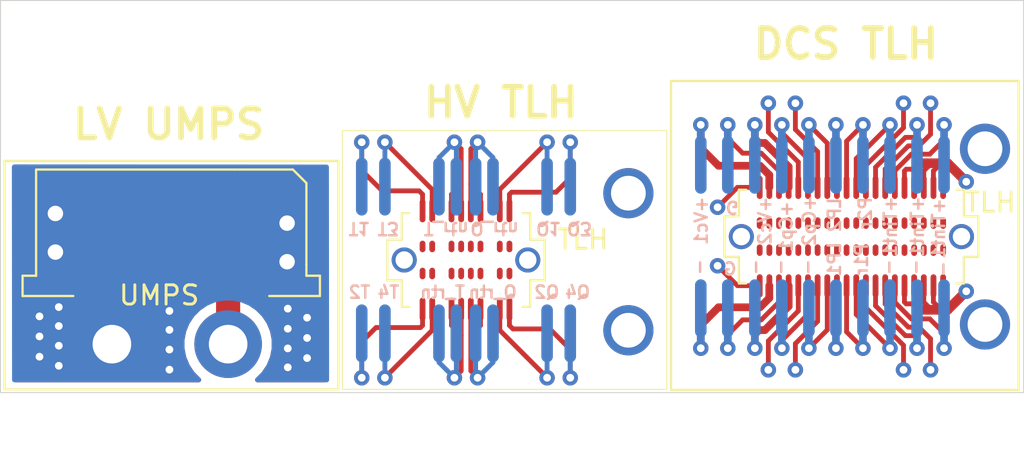
<source format=kicad_pcb>
(kicad_pcb (version 20171130) (host pcbnew "(5.1.4)-1")
  (layers (0 F.Cu mixed) (1 InF.Cu power) (2 InB.Cu power) (31 B.Cu mixed) (34 B.Paste user) (35 F.Paste user) (36 B.SilkS user) (37 F.SilkS user) (38 B.Mask user) (39 F.Mask user) (44 Edge.Cuts user))
  (net 0 "")
  (net 1 GND)
  (net 2 /LV)
  (net 3 /return)
  (module SCIPP_Connectors:PEEK_screw (layer F.Cu) (at 47.93 25.27 90)
    (fp_text reference J20 hide)
    (fp_text value PEEK_screw hide)
    (pad 1 thru_hole circle (at 0 0 90) (size 2.6 2.6) (drill 1.8) (layers *.Cu *.Mask))
  )
  (module SCIPP_Connectors:19-1_TLH_HV (layer F.Cu) (at 39.52 28.73)
    (fp_text reference J11)
    (fp_text value TLH (at 6.06 -1.06) (layer F.SilkS))
    (fp_line (start -3.325 -2.425) (end -2.95 -2.425) (layer F.SilkS) (width 0.12))
    (fp_line (start -3.3 2.425) (end -3.325 2.425) (layer F.SilkS) (width 0.12))
    (fp_line (start 3.325 -2.425) (end 3.325 -1.05) (layer F.SilkS) (width 0.12))
    (fp_line (start 3.3 -2.425) (end 3.325 -2.425) (layer F.SilkS) (width 0.12))
    (fp_line (start 3.325 -1.05) (end 4.075 -1.05) (layer F.SilkS) (width 0.12))
    (fp_line (start -4.075 -1.05) (end -3.325 -1.05) (layer F.SilkS) (width 0.12))
    (fp_line (start 4.075 -1.05) (end 4.075 1.05) (layer F.SilkS) (width 0.12))
    (fp_line (start 3.325 1.05) (end 3.325 2.425) (layer F.SilkS) (width 0.12))
    (fp_line (start -3.325 1.05) (end -4.075 1.05) (layer F.SilkS) (width 0.12))
    (fp_line (start -3.325 2.425) (end -3.325 1.05) (layer F.SilkS) (width 0.12))
    (fp_line (start 3.325 2.425) (end 2.95 2.425) (layer F.SilkS) (width 0.12))
    (fp_line (start 2.95 -2.425) (end 3.3 -2.425) (layer F.SilkS) (width 0.12))
    (fp_line (start 4.075 1.05) (end 3.325 1.05) (layer F.SilkS) (width 0.12))
    (fp_line (start -4.075 1.05) (end -4.075 -1.05) (layer F.SilkS) (width 0.12))
    (fp_line (start -2.95 2.425) (end -3.3 2.425) (layer F.SilkS) (width 0.12))
    (fp_line (start -3.325 -1.05) (end -3.325 -2.425) (layer F.SilkS) (width 0.12))
    (pad 20 smd oval (at 2.25 2.55) (size 0.3 1.2) (layers F.Cu F.Paste F.Mask))
    (pad 19 smd oval (at 2.25 -2.55) (size 0.3 1.2) (layers F.Cu F.Paste F.Mask))
    (pad 18 smd oval (at 1.75 2.55) (size 0.3 1.2) (layers F.Cu F.Paste F.Mask))
    (pad 17 smd oval (at 1.75 -2.55) (size 0.3 1.2) (layers F.Cu F.Paste F.Mask))
    (pad 14 smd oval (at 0.75 2.55) (size 0.3 1.2) (layers F.Cu F.Paste F.Mask))
    (pad 13 smd oval (at 0.75 -2.55) (size 0.3 1.2) (layers F.Cu F.Paste F.Mask))
    (pad 12 smd oval (at 0.25 2.55) (size 0.3 1.2) (layers F.Cu F.Paste F.Mask))
    (pad 11 smd oval (at 0.25 -2.55) (size 0.3 1.2) (layers F.Cu F.Paste F.Mask))
    (pad 10 smd oval (at -0.25 2.55) (size 0.3 1.2) (layers F.Cu F.Paste F.Mask))
    (pad 9 smd oval (at -0.25 -2.55) (size 0.3 1.2) (layers F.Cu F.Paste F.Mask))
    (pad 8 smd oval (at -0.75 2.55) (size 0.3 1.2) (layers F.Cu F.Paste F.Mask))
    (pad 7 smd oval (at -0.75 -2.55) (size 0.3 1.2) (layers F.Cu F.Paste F.Mask))
    (pad 4 smd oval (at -1.75 2.55) (size 0.3 1.2) (layers F.Cu F.Paste F.Mask))
    (pad 3 smd oval (at -1.75 -2.55) (size 0.3 1.2) (layers F.Cu F.Paste F.Mask))
    (pad 2 smd oval (at -2.25 2.55) (size 0.3 1.2) (layers F.Cu F.Paste F.Mask))
    (pad 20 smd oval (at 2.25 0.7) (size 0.3 0.6) (layers F.Cu F.Paste F.Mask))
    (pad 19 smd oval (at 2.25 -0.7) (size 0.3 0.6) (layers F.Cu F.Paste F.Mask))
    (pad 18 smd oval (at 1.75 0.7) (size 0.3 0.6) (layers F.Cu F.Paste F.Mask))
    (pad 17 smd oval (at 1.75 -0.7) (size 0.3 0.6) (layers F.Cu F.Paste F.Mask))
    (pad 14 smd oval (at 0.75 0.7) (size 0.3 0.6) (layers F.Cu F.Paste F.Mask))
    (pad 13 smd oval (at 0.75 -0.7) (size 0.3 0.6) (layers F.Cu F.Paste F.Mask))
    (pad 12 smd oval (at 0.25 0.7) (size 0.3 0.6) (layers F.Cu F.Paste F.Mask))
    (pad 11 smd oval (at 0.25 -0.7) (size 0.3 0.6) (layers F.Cu F.Paste F.Mask))
    (pad 10 smd oval (at -0.25 0.7) (size 0.3 0.6) (layers F.Cu F.Paste F.Mask))
    (pad 9 smd oval (at -0.25 -0.7) (size 0.3 0.6) (layers F.Cu F.Paste F.Mask))
    (pad 8 smd oval (at -0.75 0.7) (size 0.3 0.6) (layers F.Cu F.Paste F.Mask))
    (pad 7 smd oval (at -0.75 -0.7) (size 0.3 0.6) (layers F.Cu F.Paste F.Mask))
    (pad 4 smd oval (at -1.75 0.7) (size 0.3 0.6) (layers F.Cu F.Paste F.Mask))
    (pad 3 smd oval (at -1.75 -0.7) (size 0.3 0.6) (layers F.Cu F.Paste F.Mask))
    (pad 2 smd oval (at -2.25 0.7) (size 0.3 0.6) (layers F.Cu F.Paste F.Mask))
    (pad 1 smd oval (at -2.25 -0.7) (size 0.3 0.6) (layers F.Cu F.Paste F.Mask))
    (pad 21 thru_hole circle (at -3.2 0) (size 1.3 1.3) (drill 0.9) (layers *.Cu *.Mask))
    (pad 1 smd oval (at -2.25 -2.55) (size 0.3 1.2) (layers F.Cu F.Paste F.Mask))
    (pad 22 thru_hole circle (at 3.2 0) (size 1.3 1.3) (drill 0.9) (layers *.Cu *.Mask))
  )
  (module "SCIPP_Connectors:TLH 20 Pin" (layer F.Cu) (at 59.48 27.52)
    (fp_text reference J12)
    (fp_text value TLH (at 7.2 -1.77) (layer F.SilkS))
    (fp_line (start -5.7985 2.424999) (end -5.8235 2.424999) (layer F.SilkS) (width 0.12))
    (fp_line (start -5.8235 -2.425001) (end -5.4485 -2.425001) (layer F.SilkS) (width 0.12))
    (fp_line (start -5.8235 -1.050001) (end -5.8235 -2.425001) (layer F.SilkS) (width 0.12))
    (fp_line (start -6.5735 -1.050001) (end -5.8235 -1.050001) (layer F.SilkS) (width 0.12))
    (fp_line (start -5.4485 2.424999) (end -5.7985 2.424999) (layer F.SilkS) (width 0.12))
    (fp_line (start -5.8235 2.424999) (end -5.8235 1.049999) (layer F.SilkS) (width 0.12))
    (fp_line (start -6.5735 1.049999) (end -6.5735 -1.050001) (layer F.SilkS) (width 0.12))
    (fp_line (start -5.8235 1.049999) (end -6.5735 1.049999) (layer F.SilkS) (width 0.12))
    (fp_line (start 5.8265 -2.425001) (end 5.8265 -1.050001) (layer F.SilkS) (width 0.12))
    (fp_line (start 5.8015 -2.425001) (end 5.8265 -2.425001) (layer F.SilkS) (width 0.12))
    (fp_line (start 5.4515 -2.425001) (end 5.8015 -2.425001) (layer F.SilkS) (width 0.12))
    (fp_line (start 6.5765 1.049999) (end 5.8265 1.049999) (layer F.SilkS) (width 0.12))
    (fp_line (start 5.8265 -1.050001) (end 6.5765 -1.050001) (layer F.SilkS) (width 0.12))
    (fp_line (start 6.5765 -1.050001) (end 6.5765 1.049999) (layer F.SilkS) (width 0.12))
    (fp_line (start 5.8265 1.049999) (end 5.8265 2.424999) (layer F.SilkS) (width 0.12))
    (fp_line (start 5.8265 2.424999) (end 5.4515 2.424999) (layer F.SilkS) (width 0.12))
    (pad 1 smd oval (at -4.7485 -0.700001) (size 0.3 0.6) (layers F.Cu F.Paste F.Mask))
    (pad 41 thru_hole circle (at -5.6985 -0.000001) (size 1.3 1.3) (drill 0.9) (layers *.Cu *.Mask) (net 1 GND))
    (pad 1 smd oval (at -4.7485 -2.550001) (size 0.3 1.2) (layers F.Cu F.Paste F.Mask) (net 1 GND))
    (pad 42 thru_hole circle (at 5.7015 -0.000001) (size 1.3 1.3) (drill 0.9) (layers *.Cu *.Mask) (net 1 GND))
    (pad 2 smd oval (at -4.7485 2.549999) (size 0.3 1.2) (layers F.Cu F.Paste F.Mask) (net 1 GND))
    (pad 3 smd oval (at -4.2485 -2.550001) (size 0.3 1.2) (layers F.Cu F.Paste F.Mask))
    (pad 4 smd oval (at -4.2485 2.549999) (size 0.3 1.2) (layers F.Cu F.Paste F.Mask))
    (pad 5 smd oval (at -3.7485 -2.550001) (size 0.3 1.2) (layers F.Cu F.Paste F.Mask) (net 1 GND))
    (pad 6 smd oval (at -3.7485 2.549999) (size 0.3 1.2) (layers F.Cu F.Paste F.Mask) (net 1 GND))
    (pad 7 smd oval (at -3.2485 -2.550001) (size 0.3 1.2) (layers F.Cu F.Paste F.Mask))
    (pad 8 smd oval (at -3.2485 2.549999) (size 0.3 1.2) (layers F.Cu F.Paste F.Mask))
    (pad 9 smd oval (at -2.7485 -2.550001) (size 0.3 1.2) (layers F.Cu F.Paste F.Mask) (net 1 GND))
    (pad 10 smd oval (at -2.7485 2.549999) (size 0.3 1.2) (layers F.Cu F.Paste F.Mask) (net 1 GND))
    (pad 11 smd oval (at -2.2485 -2.550001) (size 0.3 1.2) (layers F.Cu F.Paste F.Mask))
    (pad 12 smd oval (at -2.2485 2.549999) (size 0.3 1.2) (layers F.Cu F.Paste F.Mask))
    (pad 13 smd oval (at -1.7485 -2.550001) (size 0.3 1.2) (layers F.Cu F.Paste F.Mask) (net 1 GND))
    (pad 14 smd oval (at -1.7485 2.549999) (size 0.3 1.2) (layers F.Cu F.Paste F.Mask) (net 1 GND))
    (pad 15 smd oval (at -1.2485 -2.550001) (size 0.3 1.2) (layers F.Cu F.Paste F.Mask))
    (pad 16 smd oval (at -1.2485 2.549999) (size 0.3 1.2) (layers F.Cu F.Paste F.Mask))
    (pad 17 smd oval (at -0.7485 -2.550001) (size 0.3 1.2) (layers F.Cu F.Paste F.Mask))
    (pad 18 smd oval (at -0.7485 2.549999) (size 0.3 1.2) (layers F.Cu F.Paste F.Mask))
    (pad 19 smd oval (at -0.2485 -2.550001) (size 0.3 1.2) (layers F.Cu F.Paste F.Mask) (net 1 GND))
    (pad 20 smd oval (at -0.2485 2.549999) (size 0.3 1.2) (layers F.Cu F.Paste F.Mask) (net 1 GND))
    (pad 21 smd oval (at 0.2515 -2.550001) (size 0.3 1.2) (layers F.Cu F.Paste F.Mask))
    (pad 22 smd oval (at 0.2515 2.549999) (size 0.3 1.2) (layers F.Cu F.Paste F.Mask))
    (pad 23 smd oval (at 0.7515 -2.550001) (size 0.3 1.2) (layers F.Cu F.Paste F.Mask) (net 1 GND))
    (pad 24 smd oval (at 0.7515 2.549999) (size 0.3 1.2) (layers F.Cu F.Paste F.Mask) (net 1 GND))
    (pad 25 smd oval (at 1.2515 -2.550001) (size 0.3 1.2) (layers F.Cu F.Paste F.Mask))
    (pad 26 smd oval (at 1.2515 2.549999) (size 0.3 1.2) (layers F.Cu F.Paste F.Mask))
    (pad 27 smd oval (at 1.7515 -2.550001) (size 0.3 1.2) (layers F.Cu F.Paste F.Mask) (net 1 GND))
    (pad 28 smd oval (at 1.7515 2.549999) (size 0.3 1.2) (layers F.Cu F.Paste F.Mask) (net 1 GND))
    (pad 29 smd oval (at 2.2515 -2.550001) (size 0.3 1.2) (layers F.Cu F.Paste F.Mask))
    (pad 30 smd oval (at 2.2515 2.549999) (size 0.3 1.2) (layers F.Cu F.Paste F.Mask))
    (pad 31 smd oval (at 2.7515 -2.550001) (size 0.3 1.2) (layers F.Cu F.Paste F.Mask) (net 1 GND))
    (pad 32 smd oval (at 2.7515 2.549999) (size 0.3 1.2) (layers F.Cu F.Paste F.Mask) (net 1 GND))
    (pad 33 smd oval (at 3.2515 -2.550001) (size 0.3 1.2) (layers F.Cu F.Paste F.Mask) (net 1 GND))
    (pad 34 smd oval (at 3.2515 2.549999) (size 0.3 1.2) (layers F.Cu F.Paste F.Mask) (net 1 GND))
    (pad 35 smd oval (at 3.7515 -2.550001) (size 0.3 1.2) (layers F.Cu F.Paste F.Mask) (net 1 GND))
    (pad 36 smd oval (at 3.7515 2.549999) (size 0.3 1.2) (layers F.Cu F.Paste F.Mask) (net 1 GND))
    (pad 37 smd oval (at 4.2515 -2.550001) (size 0.3 1.2) (layers F.Cu F.Paste F.Mask) (net 1 GND))
    (pad 38 smd oval (at 4.2515 2.549999) (size 0.3 1.2) (layers F.Cu F.Paste F.Mask) (net 1 GND))
    (pad 39 smd oval (at 4.7515 -2.550001) (size 0.3 1.2) (layers F.Cu F.Paste F.Mask) (net 1 GND))
    (pad 40 smd oval (at 4.7515 2.549999) (size 0.3 1.2) (layers F.Cu F.Paste F.Mask) (net 1 GND))
    (pad 2 smd oval (at -4.7485 0.699999) (size 0.3 0.6) (layers F.Cu F.Paste F.Mask))
    (pad 3 smd oval (at -4.2485 -0.700001) (size 0.3 0.6) (layers F.Cu F.Paste F.Mask))
    (pad 4 smd oval (at -4.2485 0.699999) (size 0.3 0.6) (layers F.Cu F.Paste F.Mask))
    (pad 5 smd oval (at -3.7485 -0.700001) (size 0.3 0.6) (layers F.Cu F.Paste F.Mask))
    (pad 6 smd oval (at -3.7485 0.699999) (size 0.3 0.6) (layers F.Cu F.Paste F.Mask))
    (pad 7 smd oval (at -3.2485 -0.700001) (size 0.3 0.6) (layers F.Cu F.Paste F.Mask))
    (pad 8 smd oval (at -3.2485 0.699999) (size 0.3 0.6) (layers F.Cu F.Paste F.Mask))
    (pad 9 smd oval (at -2.7485 -0.700001) (size 0.3 0.6) (layers F.Cu F.Paste F.Mask))
    (pad 10 smd oval (at -2.7485 0.699999) (size 0.3 0.6) (layers F.Cu F.Paste F.Mask))
    (pad 11 smd oval (at -2.2485 -0.700001) (size 0.3 0.6) (layers F.Cu F.Paste F.Mask))
    (pad 12 smd oval (at -2.2485 0.699999) (size 0.3 0.6) (layers F.Cu F.Paste F.Mask))
    (pad 13 smd oval (at -1.7485 -0.700001) (size 0.3 0.6) (layers F.Cu F.Paste F.Mask))
    (pad 14 smd oval (at -1.7485 0.699999) (size 0.3 0.6) (layers F.Cu F.Paste F.Mask))
    (pad 15 smd oval (at -1.2485 -0.700001) (size 0.3 0.6) (layers F.Cu F.Paste F.Mask))
    (pad 16 smd oval (at -1.2485 0.699999) (size 0.3 0.6) (layers F.Cu F.Paste F.Mask))
    (pad 17 smd oval (at -0.7485 -0.700001) (size 0.3 0.6) (layers F.Cu F.Paste F.Mask))
    (pad 18 smd oval (at -0.7485 0.699999) (size 0.3 0.6) (layers F.Cu F.Paste F.Mask))
    (pad 19 smd oval (at -0.2485 -0.700001) (size 0.3 0.6) (layers F.Cu F.Paste F.Mask))
    (pad 20 smd oval (at -0.2485 0.699999) (size 0.3 0.6) (layers F.Cu F.Paste F.Mask))
    (pad 21 smd oval (at 0.2515 -0.700001) (size 0.3 0.6) (layers F.Cu F.Paste F.Mask))
    (pad 22 smd oval (at 0.2515 0.699999) (size 0.3 0.6) (layers F.Cu F.Paste F.Mask))
    (pad 23 smd oval (at 0.7515 -0.700001) (size 0.3 0.6) (layers F.Cu F.Paste F.Mask))
    (pad 24 smd oval (at 0.7515 0.699999) (size 0.3 0.6) (layers F.Cu F.Paste F.Mask))
    (pad 25 smd oval (at 1.2515 -0.700001) (size 0.3 0.6) (layers F.Cu F.Paste F.Mask))
    (pad 26 smd oval (at 1.2515 0.699999) (size 0.3 0.6) (layers F.Cu F.Paste F.Mask))
    (pad 27 smd oval (at 1.7515 -0.700001) (size 0.3 0.6) (layers F.Cu F.Paste F.Mask))
    (pad 28 smd oval (at 1.7515 0.699999) (size 0.3 0.6) (layers F.Cu F.Paste F.Mask))
    (pad 29 smd oval (at 2.2515 -0.700001) (size 0.3 0.6) (layers F.Cu F.Paste F.Mask))
    (pad 30 smd oval (at 2.2515 0.699999) (size 0.3 0.6) (layers F.Cu F.Paste F.Mask))
    (pad 31 smd oval (at 2.7515 -0.700001) (size 0.3 0.6) (layers F.Cu F.Paste F.Mask))
    (pad 32 smd oval (at 2.7515 0.699999) (size 0.3 0.6) (layers F.Cu F.Paste F.Mask))
    (pad 33 smd oval (at 3.2515 -0.700001) (size 0.3 0.6) (layers F.Cu F.Paste F.Mask))
    (pad 34 smd oval (at 3.2515 0.699999) (size 0.3 0.6) (layers F.Cu F.Paste F.Mask))
    (pad 35 smd oval (at 3.7515 -0.700001) (size 0.3 0.6) (layers F.Cu F.Paste F.Mask))
    (pad 36 smd oval (at 3.7515 0.699999) (size 0.3 0.6) (layers F.Cu F.Paste F.Mask))
    (pad 37 smd oval (at 4.2515 -0.700001) (size 0.3 0.6) (layers F.Cu F.Paste F.Mask))
    (pad 38 smd oval (at 4.2515 0.699999) (size 0.3 0.6) (layers F.Cu F.Paste F.Mask))
    (pad 39 smd oval (at 4.7515 -0.700001) (size 0.3 0.6) (layers F.Cu F.Paste F.Mask))
    (pad 40 smd oval (at 4.7515 0.699999) (size 0.3 0.6) (layers F.Cu F.Paste F.Mask))
  )
  (module SCIPP_Connectors:PEEK_screw (layer F.Cu) (at 66.4 32.07 90)
    (fp_text reference J23)
    (fp_text value PEEK_screw)
    (pad 44 thru_hole circle (at 0 0 90) (size 2.6 2.6) (drill 1.8) (layers *.Cu *.Mask) (net 1 GND))
  )
  (module SCIPP_Connectors:PEEK_screw (layer F.Cu) (at 66.4 22.97 90)
    (fp_text reference J22)
    (fp_text value PEEK_screw)
    (pad 43 thru_hole circle (at 0 0 90) (size 2.6 2.6) (drill 1.8) (layers *.Cu *.Mask) (net 1 GND))
  )
  (module SCIPP_Connectors:Pad_Array_2 (layer B.Cu) (at 57.08 23.8)
    (fp_text reference P2)
    (fp_text value Pad_Array_2)
    (pad 3 smd oval (at -5.4 0 270) (size 3 0.6) (layers B.Cu B.Paste B.Mask))
    (pad 5 smd oval (at -4 0 270) (size 3 0.6) (layers B.Cu B.Paste B.Mask) (net 1 GND))
    (pad 7 smd oval (at -2.6 0 270) (size 3 0.6) (layers B.Cu B.Paste B.Mask))
    (pad 11 smd oval (at -1.2 0 270) (size 3 0.6) (layers B.Cu B.Paste B.Mask))
    (pad 15 smd oval (at 0.2 0 270) (size 3 0.6) (layers B.Cu B.Paste B.Mask))
    (pad 17 smd oval (at 1.6 0 270) (size 3 0.6) (layers B.Cu B.Paste B.Mask))
    (pad 19 smd oval (at 3 0 270) (size 3 0.6) (layers B.Cu B.Paste B.Mask) (net 1 GND))
    (pad 21 smd oval (at 4.4 0 270) (size 3 0.6) (layers B.Cu B.Paste B.Mask))
    (pad 25 smd oval (at 5.8 0 270) (size 3 0.6) (layers B.Cu B.Paste B.Mask))
    (pad 29 smd oval (at 7.2 0 270) (size 3 0.6) (layers B.Cu B.Paste B.Mask))
  )
  (module SCIPP_Connectors:Pad_Array_2 (layer B.Cu) (at 57.08 31.23)
    (fp_text reference P1)
    (fp_text value Pad_Array_2)
    (pad 30 smd oval (at 7.2 0 270) (size 3 0.6) (layers B.Cu B.Paste B.Mask))
    (pad 26 smd oval (at 5.8 0 270) (size 3 0.6) (layers B.Cu B.Paste B.Mask))
    (pad 22 smd oval (at 4.4 0 270) (size 3 0.6) (layers B.Cu B.Paste B.Mask))
    (pad 20 smd oval (at 3 0 270) (size 3 0.6) (layers B.Cu B.Paste B.Mask) (net 1 GND))
    (pad 18 smd oval (at 1.6 0 270) (size 3 0.6) (layers B.Cu B.Paste B.Mask))
    (pad 16 smd oval (at 0.2 0 270) (size 3 0.6) (layers B.Cu B.Paste B.Mask))
    (pad 12 smd oval (at -1.2 0 270) (size 3 0.6) (layers B.Cu B.Paste B.Mask))
    (pad 8 smd oval (at -2.6 0 270) (size 3 0.6) (layers B.Cu B.Paste B.Mask))
    (pad 6 smd oval (at -4 0 270) (size 3 0.6) (layers B.Cu B.Paste B.Mask) (net 1 GND))
    (pad 4 smd oval (at -5.4 0 270) (size 3 0.6) (layers B.Cu B.Paste B.Mask))
  )
  (module SCIPP_Connectors:Pad_Array_2 (layer B.Cu) (at 39.52 24.93)
    (fp_text reference P4)
    (fp_text value Pad_Array_2)
    (pad 19 smd oval (at 5.4 0 270) (size 3 0.6) (layers B.Cu B.Paste B.Mask))
    (pad 17 smd oval (at 4.2 0 270) (size 3 0.6) (layers B.Cu B.Paste B.Mask))
    (pad 13 smd oval (at 1.4 0 270) (size 3 0.6) (layers B.Cu B.Paste B.Mask))
    (pad 11 smd oval (at 0.5 0 270) (size 3 0.6) (layers B.Cu B.Paste B.Mask))
    (pad 9 smd oval (at -0.5 0 270) (size 3 0.6) (layers B.Cu B.Paste B.Mask))
    (pad 7 smd oval (at -1.4 0 270) (size 3 0.6) (layers B.Cu B.Paste B.Mask))
    (pad 3 smd oval (at -4.2 0 270) (size 3 0.6) (layers B.Cu B.Paste B.Mask))
    (pad 1 smd oval (at -5.4 0 270) (size 3 0.6) (layers B.Cu B.Paste B.Mask))
  )
  (module SCIPP_Connectors:Pad_Array_2 (layer B.Cu) (at 39.52 32.53 180)
    (fp_text reference P3)
    (fp_text value Pad_Array_2)
    (pad 20 smd oval (at -5.4 0 90) (size 3 0.6) (layers B.Cu B.Paste B.Mask))
    (pad 18 smd oval (at -4.2 0 90) (size 3 0.6) (layers B.Cu B.Paste B.Mask))
    (pad 14 smd oval (at -1.4 0 90) (size 3 0.6) (layers B.Cu B.Paste B.Mask))
    (pad 12 smd oval (at -0.5 0 90) (size 3 0.6) (layers B.Cu B.Paste B.Mask))
    (pad 10 smd oval (at 0.5 0 90) (size 3 0.6) (layers B.Cu B.Paste B.Mask))
    (pad 8 smd oval (at 1.4 0 90) (size 3 0.6) (layers B.Cu B.Paste B.Mask))
    (pad 4 smd oval (at 4.2 0 90) (size 3 0.6) (layers B.Cu B.Paste B.Mask))
    (pad 2 smd oval (at 5.4 0 90) (size 3 0.6) (layers B.Cu B.Paste B.Mask))
  )
  (module SCIPP_Connectors:PEEK_screw (layer F.Cu) (at 47.93 32.37 90)
    (fp_text reference J21 hide)
    (fp_text value PEEK_screw hide)
    (pad 1 thru_hole circle (at 0 0 90) (size 2.6 2.6) (drill 1.8) (layers *.Cu *.Mask))
  )
  (module SCIPP_Connectors:14AWG_THT (layer F.Cu) (at 21.16 38.2)
    (fp_text reference J2)
    (fp_text value Conn_01x01_Female)
    (pad 1 thru_hole circle (at 6.04 -5.11) (size 3.5 3.5) (drill 2) (layers *.Cu *.Mask) (net 2 /LV))
  )
  (module SCIPP_Connectors:14AWG_THT (layer F.Cu) (at 21.18 33.09)
    (fp_text reference J3)
    (fp_text value Conn_01x01_Female)
    (pad 1 thru_hole circle (at 0 0) (size 3.5 3.5) (drill 2) (layers *.Cu *.Mask) (net 3 /return))
  )
  (module "SCIPP_Connectors:UMPS 5 Pin" (layer F.Cu) (at 24.24 27.32 180)
    (fp_text reference J10)
    (fp_text value UMPS (at 0.61 -3.24) (layer F.SilkS))
    (fp_line (start 7.0106 -2.225752) (end 6.9856 -2.225752) (layer F.SilkS) (width 0.12))
    (fp_line (start 7.6856 -2.225752) (end 7.0106 -2.225752) (layer F.SilkS) (width 0.12))
    (fp_line (start 6.9856 -2.225752) (end 6.9856 3.249248) (layer F.SilkS) (width 0.12))
    (fp_line (start 7.6856 -2.250752) (end 7.6856 -2.225752) (layer F.SilkS) (width 0.12))
    (fp_line (start 6.9856 3.274248) (end -3.2894 3.274248) (layer F.SilkS) (width 0.12))
    (fp_line (start 6.9856 3.249248) (end 6.9856 3.274248) (layer F.SilkS) (width 0.12))
    (fp_line (start 7.6606 -3.275752) (end 7.6856 -3.275752) (layer F.SilkS) (width 0.12))
    (fp_line (start 7.6606 -3.275752) (end 5.0606 -3.275752) (layer F.SilkS) (width 0.12))
    (fp_line (start 7.6856 -3.275752) (end 7.6856 -2.250752) (layer F.SilkS) (width 0.12))
    (fp_line (start -7.0144 -2.225752) (end -7.7144 -2.225752) (layer F.SilkS) (width 0.12))
    (fp_line (start -7.0144 2.574248) (end -6.3144 3.274248) (layer F.SilkS) (width 0.12))
    (fp_line (start -7.0144 -1.650752) (end -7.0144 2.574248) (layer F.SilkS) (width 0.12))
    (fp_line (start -7.7144 -2.225752) (end -7.7144 -3.275752) (layer F.SilkS) (width 0.12))
    (fp_line (start -7.7144 -3.275752) (end -5.0894 -3.275752) (layer F.SilkS) (width 0.12))
    (fp_line (start -7.0144 -1.650752) (end -7.0144 -2.225752) (layer F.SilkS) (width 0.12))
    (fp_line (start -6.3144 3.274248) (end -3.2894 3.274248) (layer F.SilkS) (width 0.12))
    (pad 3 smd oval (at -0.0144 -0.000752 180) (size 1.3 3.5) (layers F.Cu F.Paste F.Mask) (net 1 GND))
    (pad 4 smd oval (at 1.9856 -0.000752 180) (size 1.3 3.5) (layers F.Cu F.Paste F.Mask) (net 3 /return))
    (pad 9 thru_hole circle (at 5.9856 0.999248 180) (size 1.6 1.6) (drill 0.8) (layers *.Cu *.Mask) (net 3 /return))
    (pad 5 smd oval (at 3.9856 -0.000752 180) (size 1.3 3.5) (layers F.Cu F.Paste F.Mask) (net 3 /return))
    (pad 2 smd oval (at -2.0144 -0.000752 180) (size 1.3 3.5) (layers F.Cu F.Paste F.Mask) (net 2 /LV))
    (pad 8 thru_hole circle (at 5.9856 -1.000752 180) (size 1.6 1.6) (drill 0.8) (layers *.Cu *.Mask) (net 3 /return))
    (pad 7 thru_hole circle (at -6.0144 0.499248 180) (size 1.6 1.6) (drill 0.8) (layers *.Cu *.Mask) (net 3 /return))
    (pad 6 thru_hole circle (at -6.0144 -1.500752 180) (size 1.6 1.6) (drill 0.8) (layers *.Cu *.Mask) (net 3 /return))
    (pad 1 smd oval (at -4.0144 -0.000752 180) (size 1.3 3.5) (layers F.Cu F.Paste F.Mask) (net 2 /LV))
  )
  (gr_text - (at 64.2 29.2 90) (layer B.SilkS) (effects (font (size 0.635 0.635) (thickness 0.127)) (justify mirror)))
  (gr_text - (at 62.8 29.1 90) (layer B.SilkS) (effects (font (size 0.635 0.635) (thickness 0.127)) (justify mirror)))
  (gr_text +Tint1 (at 64 27.1 90) (layer B.SilkS) (effects (font (size 0.635 0.635) (thickness 0.127)) (justify mirror)))
  (gr_text +Tint1 (at 62.9 27 90) (layer B.SilkS) (effects (font (size 0.635 0.635) (thickness 0.127)) (justify mirror)))
  (gr_text - (at 61.4 29.1 90) (layer B.SilkS) (effects (font (size 0.635 0.635) (thickness 0.127)) (justify mirror)))
  (gr_text - (at 57.2 29.1 90) (layer B.SilkS) (effects (font (size 0.635 0.635) (thickness 0.127)) (justify mirror)))
  (gr_text - (at 55.8 29.1 90) (layer B.SilkS) (effects (font (size 0.635 0.635) (thickness 0.127)) (justify mirror)))
  (gr_text - (at 54.5 29.1 90) (layer B.SilkS) (effects (font (size 0.635 0.635) (thickness 0.127)) (justify mirror)))
  (gr_text G (at 53.2 29.2) (layer B.SilkS) (effects (font (size 0.635 0.635) (thickness 0.127)) (justify mirror)))
  (gr_text T1 (at 34 27.1 180) (layer B.SilkS) (effects (font (size 0.635 0.635) (thickness 0.127)) (justify mirror)))
  (gr_text T3 (at 35.5 27.1 180) (layer B.SilkS) (effects (font (size 0.635 0.635) (thickness 0.127)) (justify mirror)))
  (gr_text T4 (at 35.5 30.4) (layer B.SilkS) (effects (font (size 0.635 0.635) (thickness 0.127)) (justify mirror)))
  (gr_text T2 (at 34 30.4) (layer B.SilkS) (effects (font (size 0.635 0.635) (thickness 0.127)) (justify mirror)))
  (gr_text Q4 (at 45.3 30.4) (layer B.SilkS) (effects (font (size 0.635 0.635) (thickness 0.127)) (justify mirror)))
  (gr_text Q2 (at 43.7 30.4) (layer B.SilkS) (effects (font (size 0.635 0.635) (thickness 0.127)) (justify mirror)))
  (gr_text Q3 (at 45.4 27.1 180) (layer B.SilkS) (effects (font (size 0.635 0.635) (thickness 0.127)) (justify mirror)))
  (gr_text Q1 (at 43.8 27.1 180) (layer B.SilkS) (effects (font (size 0.635 0.635) (thickness 0.127)) (justify mirror)))
  (gr_text Q_rtn (at 40.9 30.4) (layer B.SilkS) (effects (font (size 0.635 0.635) (thickness 0.127)) (justify mirror)))
  (gr_text Q_rtn (at 41 27.1 180) (layer B.SilkS) (effects (font (size 0.635 0.635) (thickness 0.127)) (justify mirror)))
  (gr_text T_rtn (at 38.3 30.4) (layer B.SilkS) (effects (font (size 0.635 0.635) (thickness 0.127)) (justify mirror)))
  (gr_text T_rtn (at 38.5 27.1 180) (layer B.SilkS) (effects (font (size 0.635 0.635) (thickness 0.127)) (justify mirror)))
  (gr_text P2r (at 60.2 26.3 90) (layer B.SilkS) (effects (font (size 0.635 0.635) (thickness 0.127)) (justify mirror)))
  (gr_text G (at 53.3 26 180) (layer B.SilkS) (effects (font (size 0.635 0.635) (thickness 0.127)) (justify mirror)))
  (gr_text +Cp2 (at 57.3 26.7 90) (layer B.SilkS) (effects (font (size 0.635 0.635) (thickness 0.127)) (justify mirror)))
  (gr_text - (at 51.6 29.1 90) (layer B.SilkS) (effects (font (size 0.635 0.635) (thickness 0.127)) (justify mirror)))
  (gr_text +Vc1 (at 51.7 26.7 90) (layer B.SilkS) (effects (font (size 0.635 0.635) (thickness 0.127)) (justify mirror)))
  (gr_text LP1 (at 58.6 28.7 90) (layer B.SilkS) (effects (font (size 0.635 0.635) (thickness 0.127)) (justify mirror)))
  (gr_text +Vc2 (at 55 26.7 90) (layer B.SilkS) (effects (font (size 0.635 0.635) (thickness 0.127)) (justify mirror)))
  (gr_text +Cp1 (at 56.1 27 90) (layer B.SilkS) (effects (font (size 0.635 0.635) (thickness 0.127)) (justify mirror)))
  (gr_text +Tint1 (at 61.5 27 90) (layer B.SilkS) (effects (font (size 0.635 0.635) (thickness 0.127)) (justify mirror)))
  (gr_text LP2 (at 58.6 26.4 90) (layer B.SilkS) (effects (font (size 0.635 0.635) (thickness 0.127)) (justify mirror)))
  (gr_line (start 50.14 35.46) (end 68.14 35.46) (layer F.SilkS) (width 0.12))
  (gr_line (start 68.14 19.46) (end 68.14 35.46) (layer F.SilkS) (width 0.12))
  (gr_line (start 50.14 35.46) (end 50.14 19.46) (layer F.SilkS) (width 0.12))
  (gr_line (start 50.14 19.46) (end 68.14 19.46) (layer F.SilkS) (width 0.12))
  (gr_text P1r (at 60 28.7 90) (layer B.SilkS) (effects (font (size 0.635 0.635) (thickness 0.127)) (justify mirror)))
  (gr_line (start 15.41 35.6) (end 15.41 15.29) (layer Edge.Cuts) (width 0.05))
  (gr_line (start 68.4 15.29) (end 15.41 15.29) (layer Edge.Cuts) (width 0.05))
  (gr_line (start 68.4 35.6) (end 68.4 15.29) (layer Edge.Cuts) (width 0.05))
  (gr_line (start 15.41 35.6) (end 68.4 35.6) (layer Edge.Cuts) (width 0.05))
  (gr_line (start 15.62 35.43) (end 15.62 23.6) (layer F.SilkS) (width 0.12))
  (gr_line (start 32.91 23.6) (end 32.91 35.43) (layer F.SilkS) (width 0.12))
  (gr_line (start 15.62 23.6) (end 32.91 23.6) (layer F.SilkS) (width 0.12))
  (gr_line (start 32.91 35.43) (end 15.62 35.43) (layer F.SilkS) (width 0.12))
  (gr_text "DCS TLH" (at 59.2 17.54) (layer F.SilkS) (effects (font (size 1.5 1.5) (thickness 0.3))))
  (gr_text "HV TLH" (at 41.33 20.58) (layer F.SilkS) (effects (font (size 1.5 1.5) (thickness 0.3))))
  (gr_text "LV UMPS" (at 24.12 21.7) (layer F.SilkS) (effects (font (size 1.5 1.5) (thickness 0.3))))
  (gr_line (start 33.12 22.03) (end 49.92 22.03) (layer F.SilkS) (width 0.05))
  (gr_line (start 33.12 35.43) (end 33.12 22.03) (layer F.SilkS) (width 0.05))
  (gr_line (start 49.92 22.03) (end 49.92 35.43) (layer F.SilkS) (width 0.05))
  (gr_line (start 33.12 35.43) (end 49.92 35.43) (layer F.SilkS) (width 0.05))
  (via (at 43.72 22.63) (size 0.8) (drill 0.4) (layers F.Cu B.Cu) (net 0))
  (via (at 34.12 22.63) (size 0.8) (drill 0.4) (layers F.Cu B.Cu) (net 0))
  (via (at 40.12 22.63) (size 0.8) (drill 0.4) (layers F.Cu B.Cu) (net 0))
  (via (at 35.32 22.63) (size 0.8) (drill 0.4) (layers F.Cu B.Cu) (net 0))
  (via (at 38.92 22.63) (size 0.8) (drill 0.4) (layers F.Cu B.Cu) (net 0))
  (via (at 40.12 34.83) (size 0.8) (drill 0.4) (layers F.Cu B.Cu) (net 0))
  (via (at 34.12 34.83) (size 0.8) (drill 0.4) (layers F.Cu B.Cu) (net 0))
  (via (at 44.92 34.83) (size 0.8) (drill 0.4) (layers F.Cu B.Cu) (net 0))
  (via (at 44.92 22.63) (size 0.8) (drill 0.4) (layers F.Cu B.Cu) (net 0))
  (via (at 38.92 34.83) (size 0.8) (drill 0.4) (layers F.Cu B.Cu) (net 0))
  (via (at 43.72 34.83) (size 0.8) (drill 0.4) (layers F.Cu B.Cu) (net 0))
  (via (at 35.32 34.83) (size 0.8) (drill 0.4) (layers F.Cu B.Cu) (net 0))
  (segment (start 39.27 34.47) (end 38.92 34.82) (width 0.25) (layer F.Cu) (net 0))
  (segment (start 41.77 32.12) (end 41.95 32.3) (width 0.25) (layer F.Cu) (net 0))
  (segment (start 39.77 24.83) (end 39.77 24.78) (width 0.25) (layer F.Cu) (net 0))
  (segment (start 34.12 24.93) (end 34.12 22.63) (width 0.25) (layer B.Cu) (net 0))
  (segment (start 40.02 22.73) (end 40.12 22.63) (width 0.25) (layer B.Cu) (net 0))
  (segment (start 34.12 24.09) (end 34.12 22.63) (width 0.25) (layer F.Cu) (net 0))
  (segment (start 39.77 26.18) (end 39.77 24.78) (width 0.25) (layer F.Cu) (net 0))
  (segment (start 39.22 24.88) (end 39.27 24.88) (width 0.25) (layer F.Cu) (net 0))
  (segment (start 38.520001 23.029999) (end 38.92 22.63) (width 0.25) (layer B.Cu) (net 0))
  (segment (start 41.88 25.22) (end 44.18 25.22) (width 0.25) (layer F.Cu) (net 0))
  (segment (start 43.72 24.93) (end 43.72 22.63) (width 0.25) (layer B.Cu) (net 0))
  (segment (start 39.27 26.18) (end 39.27 24.88) (width 0.25) (layer F.Cu) (net 0))
  (segment (start 39.77 22.98) (end 40.12 22.63) (width 0.25) (layer F.Cu) (net 0))
  (segment (start 39.77 24.78) (end 39.77 22.98) (width 0.25) (layer F.Cu) (net 0))
  (segment (start 38.12 24.93) (end 38.12 23.43) (width 0.25) (layer B.Cu) (net 0))
  (segment (start 39.27 24.88) (end 39.27 22.98) (width 0.25) (layer F.Cu) (net 0))
  (segment (start 35.18 25.15) (end 34.12 24.09) (width 0.25) (layer F.Cu) (net 0))
  (segment (start 38.12 32.53) (end 38.12 34.03) (width 0.25) (layer B.Cu) (net 0))
  (segment (start 40.27 26.18) (end 40.27 25.33) (width 0.25) (layer F.Cu) (net 0))
  (segment (start 44.92 24.93) (end 44.92 22.63) (width 0.25) (layer B.Cu) (net 0))
  (segment (start 37.27 25.33) (end 37.09 25.15) (width 0.25) (layer F.Cu) (net 0))
  (segment (start 41.77 26.18) (end 41.77 25.33) (width 0.25) (layer F.Cu) (net 0))
  (segment (start 41.27 25.08) (end 43.72 22.63) (width 0.25) (layer F.Cu) (net 0))
  (segment (start 39.02 22.73) (end 38.92 22.63) (width 0.25) (layer B.Cu) (net 0))
  (segment (start 41.77 25.33) (end 41.88 25.22) (width 0.25) (layer F.Cu) (net 0))
  (segment (start 35.32 32.53) (end 35.32 34.83) (width 0.25) (layer B.Cu) (net 0))
  (segment (start 40.02 24.93) (end 40.02 22.73) (width 0.25) (layer B.Cu) (net 0))
  (segment (start 38.77 26.18) (end 38.77 25.33) (width 0.25) (layer F.Cu) (net 0))
  (segment (start 38.77 25.33) (end 39.22 24.88) (width 0.25) (layer F.Cu) (net 0))
  (segment (start 37.77 25.08) (end 35.32 22.63) (width 0.25) (layer F.Cu) (net 0))
  (segment (start 39.02 24.93) (end 39.02 22.73) (width 0.25) (layer B.Cu) (net 0))
  (segment (start 40.92 23.43) (end 40.519999 23.029999) (width 0.25) (layer B.Cu) (net 0))
  (segment (start 39.27 22.98) (end 38.92 22.63) (width 0.25) (layer F.Cu) (net 0))
  (segment (start 37.27 26.18) (end 37.27 25.33) (width 0.25) (layer F.Cu) (net 0))
  (segment (start 37.77 26.18) (end 37.77 25.08) (width 0.25) (layer F.Cu) (net 0))
  (segment (start 40.92 24.93) (end 40.92 23.43) (width 0.25) (layer B.Cu) (net 0))
  (segment (start 44.92 24.48) (end 44.92 22.63) (width 0.25) (layer F.Cu) (net 0))
  (segment (start 40.27 25.33) (end 39.77 24.83) (width 0.25) (layer F.Cu) (net 0))
  (segment (start 37.09 25.15) (end 35.18 25.15) (width 0.25) (layer F.Cu) (net 0))
  (segment (start 38.520001 34.430001) (end 38.92 34.83) (width 0.25) (layer B.Cu) (net 0))
  (segment (start 38.12 23.43) (end 38.520001 23.029999) (width 0.25) (layer B.Cu) (net 0))
  (segment (start 40.519999 23.029999) (end 40.12 22.63) (width 0.25) (layer B.Cu) (net 0))
  (segment (start 38.12 34.03) (end 38.520001 34.430001) (width 0.25) (layer B.Cu) (net 0))
  (segment (start 41.27 26.18) (end 41.27 25.08) (width 0.25) (layer F.Cu) (net 0))
  (segment (start 34.12 32.53) (end 34.12 34.83) (width 0.25) (layer B.Cu) (net 0))
  (segment (start 41.77 31.27) (end 41.77 32.12) (width 0.25) (layer F.Cu) (net 0))
  (segment (start 39.27 32.62) (end 39.27 32.67) (width 0.25) (layer F.Cu) (net 0))
  (segment (start 40.92 34.03) (end 40.519999 34.430001) (width 0.25) (layer B.Cu) (net 0))
  (segment (start 40.27 32.12) (end 39.82 32.57) (width 0.25) (layer F.Cu) (net 0))
  (segment (start 39.02 32.53) (end 39.02 34.73) (width 0.25) (layer B.Cu) (net 0))
  (segment (start 43.86 32.3) (end 44.92 33.36) (width 0.25) (layer F.Cu) (net 0))
  (segment (start 39.77 34.47) (end 40.12 34.82) (width 0.25) (layer F.Cu) (net 0))
  (segment (start 43.72 32.53) (end 43.72 34.83) (width 0.25) (layer B.Cu) (net 0))
  (segment (start 39.77 32.57) (end 39.77 34.47) (width 0.25) (layer F.Cu) (net 0))
  (segment (start 34.86 32.23) (end 34.12 32.97) (width 0.25) (layer F.Cu) (net 0))
  (segment (start 40.27 31.27) (end 40.27 32.12) (width 0.25) (layer F.Cu) (net 0))
  (segment (start 38.77 31.27) (end 38.77 32.12) (width 0.25) (layer F.Cu) (net 0))
  (segment (start 38.77 32.12) (end 39.27 32.62) (width 0.25) (layer F.Cu) (net 0))
  (segment (start 40.02 34.73) (end 40.12 34.83) (width 0.25) (layer B.Cu) (net 0))
  (segment (start 44.18 25.22) (end 44.92 24.48) (width 0.25) (layer F.Cu) (net 0))
  (segment (start 37.27 31.27) (end 37.27 32.12) (width 0.25) (layer F.Cu) (net 0))
  (segment (start 40.02 32.53) (end 40.02 34.73) (width 0.25) (layer B.Cu) (net 0))
  (segment (start 35.32 24.93) (end 35.32 22.63) (width 0.25) (layer B.Cu) (net 0))
  (segment (start 41.27 31.27) (end 41.27 32.37) (width 0.25) (layer F.Cu) (net 0))
  (segment (start 39.02 34.73) (end 38.92 34.83) (width 0.25) (layer B.Cu) (net 0))
  (segment (start 39.27 31.27) (end 39.27 32.67) (width 0.25) (layer F.Cu) (net 0))
  (segment (start 44.92 32.53) (end 44.92 34.83) (width 0.25) (layer B.Cu) (net 0))
  (segment (start 37.27 32.12) (end 37.16 32.23) (width 0.25) (layer F.Cu) (net 0))
  (segment (start 39.27 32.67) (end 39.27 34.47) (width 0.25) (layer F.Cu) (net 0))
  (segment (start 37.16 32.23) (end 34.86 32.23) (width 0.25) (layer F.Cu) (net 0))
  (segment (start 37.77 32.37) (end 35.32 34.82) (width 0.25) (layer F.Cu) (net 0))
  (segment (start 44.92 33.36) (end 44.92 34.82) (width 0.25) (layer F.Cu) (net 0))
  (segment (start 39.82 32.57) (end 39.77 32.57) (width 0.25) (layer F.Cu) (net 0))
  (segment (start 40.519999 34.430001) (end 40.12 34.83) (width 0.25) (layer B.Cu) (net 0))
  (segment (start 34.12 32.97) (end 34.12 34.82) (width 0.25) (layer F.Cu) (net 0))
  (segment (start 39.77 31.27) (end 39.77 32.57) (width 0.25) (layer F.Cu) (net 0))
  (segment (start 41.95 32.3) (end 43.86 32.3) (width 0.25) (layer F.Cu) (net 0))
  (segment (start 41.27 32.37) (end 43.72 34.82) (width 0.25) (layer F.Cu) (net 0))
  (segment (start 40.92 32.53) (end 40.92 34.03) (width 0.25) (layer B.Cu) (net 0))
  (segment (start 37.77 31.27) (end 37.77 32.37) (width 0.25) (layer F.Cu) (net 0))
  (via (at 61.48 21.73) (size 0.8) (drill 0.4) (layers F.Cu B.Cu) (net 0))
  (via (at 55.88 21.73) (size 0.8) (drill 0.4) (layers F.Cu B.Cu) (net 0))
  (via (at 62.88 21.73) (size 0.8) (drill 0.4) (layers F.Cu B.Cu) (net 0))
  (via (at 54.48 21.73) (size 0.8) (drill 0.4) (layers F.Cu B.Cu) (net 0))
  (via (at 57.28 21.73) (size 0.8) (drill 0.4) (layers F.Cu B.Cu) (net 0))
  (via (at 64.28 21.73) (size 0.8) (drill 0.4) (layers F.Cu B.Cu) (net 0))
  (via (at 58.68 21.73) (size 0.8) (drill 0.4) (layers F.Cu B.Cu) (net 0))
  (via (at 51.68 21.73) (size 0.8) (drill 0.4) (layers F.Cu B.Cu) (net 0))
  (via (at 61.48 33.3) (size 0.8) (drill 0.4) (layers F.Cu B.Cu) (net 0))
  (via (at 62.88 33.3) (size 0.8) (drill 0.4) (layers F.Cu B.Cu) (net 0))
  (via (at 51.68 33.3) (size 0.8) (drill 0.4) (layers F.Cu B.Cu) (net 0))
  (via (at 57.28 33.3) (size 0.8) (drill 0.4) (layers F.Cu B.Cu) (net 0))
  (via (at 64.28 33.3) (size 0.8) (drill 0.4) (layers F.Cu B.Cu) (net 0))
  (via (at 58.68 33.3) (size 0.8) (drill 0.4) (layers F.Cu B.Cu) (net 0))
  (via (at 54.48 33.3) (size 0.8) (drill 0.4) (layers F.Cu B.Cu) (net 0))
  (via (at 55.88 33.3) (size 0.8) (drill 0.4) (layers F.Cu B.Cu) (net 0))
  (segment (start 57.28 21.73) (end 57.28 23.8) (width 0.4) (layer B.Cu) (net 0))
  (segment (start 54.48 21.73) (end 54.48 23.8) (width 0.4) (layer B.Cu) (net 0))
  (segment (start 63.54 23.25) (end 64.28 22.51) (width 0.25) (layer F.Cu) (net 0))
  (segment (start 51.68 21.73) (end 51.68 23.8) (width 0.4) (layer B.Cu) (net 0))
  (segment (start 58.7315 24.969999) (end 58.7315 22.3615) (width 0.25) (layer F.Cu) (net 0))
  (segment (start 61.7315 24.969999) (end 61.7315 24.1085) (width 0.25) (layer F.Cu) (net 0))
  (segment (start 61.7315 24.1085) (end 62.59 23.25) (width 0.25) (layer F.Cu) (net 0))
  (segment (start 62.59 23.25) (end 63.54 23.25) (width 0.25) (layer F.Cu) (net 0))
  (segment (start 62.88 21.73) (end 62.88 23.8) (width 0.4) (layer B.Cu) (net 0))
  (segment (start 55 22.67) (end 54.7 22.67) (width 0.4) (layer F.Cu) (net 0))
  (segment (start 56.2315 24.969999) (end 56.2315 23.9015) (width 0.4) (layer F.Cu) (net 0))
  (segment (start 54.7 22.67) (end 54.48 22.45) (width 0.4) (layer F.Cu) (net 0))
  (segment (start 54.48 22.45) (end 54.48 21.73) (width 0.4) (layer F.Cu) (net 0))
  (segment (start 56.2315 23.9015) (end 55 22.67) (width 0.4) (layer F.Cu) (net 0))
  (segment (start 57.2315 24.969999) (end 57.2315 23.4915) (width 0.25) (layer F.Cu) (net 0))
  (segment (start 57.2315 23.4915) (end 55.88 22.14) (width 0.25) (layer F.Cu) (net 0))
  (segment (start 55.88 21.73) (end 55.88 23.8) (width 0.4) (layer B.Cu) (net 0))
  (segment (start 58.68 21.73) (end 58.68 23.8) (width 0.4) (layer B.Cu) (net 0))
  (segment (start 61.48 21.73) (end 61.48 23.8) (width 0.4) (layer B.Cu) (net 0))
  (segment (start 64.28 21.73) (end 64.28 23.8) (width 0.4) (layer B.Cu) (net 0))
  (segment (start 57.28 33.3) (end 57.28 31.23) (width 0.4) (layer B.Cu) (net 0))
  (segment (start 54.48 33.3) (end 54.48 31.23) (width 0.4) (layer B.Cu) (net 0))
  (segment (start 63.54 31.78) (end 64.28 32.52) (width 0.25) (layer F.Cu) (net 0))
  (segment (start 62.59 31.78) (end 63.54 31.78) (width 0.25) (layer F.Cu) (net 0))
  (segment (start 61.7315 30.9215) (end 62.59 31.78) (width 0.25) (layer F.Cu) (net 0))
  (segment (start 58.7315 30.060001) (end 58.7315 32.6685) (width 0.25) (layer F.Cu) (net 0))
  (segment (start 61.7315 30.060001) (end 61.7315 30.9215) (width 0.25) (layer F.Cu) (net 0))
  (segment (start 56.2315 30.060001) (end 56.2315 31.1285) (width 0.4) (layer F.Cu) (net 0))
  (segment (start 54.7 32.36) (end 54.48 32.58) (width 0.4) (layer F.Cu) (net 0))
  (segment (start 54.48 32.58) (end 54.48 33.3) (width 0.4) (layer F.Cu) (net 0))
  (segment (start 56.2315 31.1285) (end 55 32.36) (width 0.4) (layer F.Cu) (net 0))
  (segment (start 55 32.36) (end 54.7 32.36) (width 0.4) (layer F.Cu) (net 0))
  (segment (start 51.68 33.3) (end 51.68 31.23) (width 0.4) (layer B.Cu) (net 0))
  (segment (start 62.88 33.3) (end 62.88 31.23) (width 0.4) (layer B.Cu) (net 0))
  (segment (start 61.48 33.3) (end 61.48 31.23) (width 0.4) (layer B.Cu) (net 0))
  (segment (start 58.2315 32.3485) (end 57.28 33.3) (width 0.25) (layer F.Cu) (net 0))
  (segment (start 54.75 31.18) (end 52.6 31.18) (width 0.4) (layer F.Cu) (net 0))
  (segment (start 59.7315 31.5515) (end 61.48 33.3) (width 0.25) (layer F.Cu) (net 0))
  (segment (start 57.2315 30.060001) (end 57.2315 31.5385) (width 0.25) (layer F.Cu) (net 0))
  (segment (start 60.7315 30.060001) (end 60.7315 31.1015) (width 0.25) (layer F.Cu) (net 0))
  (segment (start 62.81 32.65) (end 62.88 32.72) (width 0.25) (layer F.Cu) (net 0))
  (segment (start 62.28 32.65) (end 62.81 32.65) (width 0.25) (layer F.Cu) (net 0))
  (segment (start 55.2285 30.059999) (end 55.2285 30.7015) (width 0.4) (layer F.Cu) (net 0))
  (segment (start 52.6 31.18) (end 51.68 32.1) (width 0.4) (layer F.Cu) (net 0))
  (segment (start 58.68 33.3) (end 58.68 31.23) (width 0.4) (layer B.Cu) (net 0))
  (segment (start 64.28 33.3) (end 64.28 31.23) (width 0.4) (layer B.Cu) (net 0))
  (segment (start 58.68 32.72) (end 58.68 33.3) (width 0.25) (layer F.Cu) (net 0))
  (segment (start 62.88 32.72) (end 62.88 33.3) (width 0.25) (layer F.Cu) (net 0))
  (segment (start 64.28 32.52) (end 64.28 33.3) (width 0.25) (layer F.Cu) (net 0))
  (segment (start 51.68 32.1) (end 51.68 33.3) (width 0.4) (layer F.Cu) (net 0))
  (segment (start 59.7315 30.060001) (end 59.7315 31.5515) (width 0.25) (layer F.Cu) (net 0))
  (segment (start 58.2315 30.060001) (end 58.2315 32.3485) (width 0.25) (layer F.Cu) (net 0))
  (segment (start 60.7315 31.1015) (end 62.28 32.65) (width 0.25) (layer F.Cu) (net 0))
  (segment (start 55.88 33.3) (end 55.88 31.23) (width 0.4) (layer B.Cu) (net 0))
  (segment (start 57.2315 31.5385) (end 55.88 32.89) (width 0.25) (layer F.Cu) (net 0))
  (segment (start 58.7315 32.6685) (end 58.68 32.72) (width 0.25) (layer F.Cu) (net 0))
  (segment (start 55.2285 30.7015) (end 54.75 31.18) (width 0.4) (layer F.Cu) (net 0))
  (segment (start 55.2285 24.3285) (end 54.75 23.85) (width 0.4) (layer F.Cu) (net 0))
  (segment (start 55.2285 24.970001) (end 55.2285 24.3285) (width 0.4) (layer F.Cu) (net 0))
  (segment (start 52.6 23.85) (end 51.68 22.93) (width 0.4) (layer F.Cu) (net 0))
  (segment (start 51.68 22.93) (end 51.68 21.73) (width 0.4) (layer F.Cu) (net 0))
  (segment (start 54.75 23.85) (end 52.6 23.85) (width 0.4) (layer F.Cu) (net 0))
  (segment (start 64.28 22.51) (end 64.28 21.73) (width 0.25) (layer F.Cu) (net 0))
  (segment (start 58.68 22.31) (end 58.68 21.73) (width 0.25) (layer F.Cu) (net 0))
  (segment (start 58.7315 22.3615) (end 58.68 22.31) (width 0.25) (layer F.Cu) (net 0))
  (segment (start 58.2315 22.6815) (end 57.28 21.73) (width 0.25) (layer F.Cu) (net 0))
  (segment (start 58.2315 24.969999) (end 58.2315 22.6815) (width 0.25) (layer F.Cu) (net 0))
  (segment (start 59.7315 24.969999) (end 59.7315 23.4785) (width 0.25) (layer F.Cu) (net 0))
  (segment (start 60.7315 24.969999) (end 60.7315 23.9285) (width 0.25) (layer F.Cu) (net 0))
  (segment (start 60.7315 23.9285) (end 62.28 22.38) (width 0.25) (layer F.Cu) (net 0))
  (segment (start 62.81 22.38) (end 62.88 22.31) (width 0.25) (layer F.Cu) (net 0))
  (segment (start 62.88 22.31) (end 62.88 21.73) (width 0.25) (layer F.Cu) (net 0))
  (segment (start 59.7315 23.4785) (end 61.48 21.73) (width 0.25) (layer F.Cu) (net 0))
  (segment (start 62.28 22.38) (end 62.81 22.38) (width 0.25) (layer F.Cu) (net 0))
  (via (at 62.18 20.61) (size 0.8) (drill 0.4) (layers F.Cu B.Cu) (net 1))
  (via (at 63.58 20.61) (size 0.8) (drill 0.4) (layers F.Cu B.Cu) (net 1))
  (via (at 56.58 20.61) (size 0.8) (drill 0.4) (layers F.Cu B.Cu) (net 1))
  (via (at 55.18 20.61) (size 0.8) (drill 0.4) (layers F.Cu B.Cu) (net 1))
  (via (at 60.08 21.73) (size 0.8) (drill 0.4) (layers F.Cu B.Cu) (net 1))
  (via (at 53.08 21.73) (size 0.8) (drill 0.4) (layers F.Cu B.Cu) (net 1))
  (segment (start 53.579999 24.970001) (end 52.55 26) (width 0.25) (layer F.Cu) (net 1))
  (segment (start 55.7315 24.969999) (end 55.7315 24.119999) (width 0.25) (layer F.Cu) (net 1))
  (segment (start 63.7285 24.970001) (end 63.7285 24.120001) (width 0.25) (layer F.Cu) (net 1))
  (segment (start 63.960001 23.8885) (end 63.960001 23.719999) (width 0.25) (layer F.Cu) (net 1))
  (segment (start 54.7285 24.970001) (end 53.579999 24.970001) (width 0.25) (layer F.Cu) (net 1))
  (segment (start 62.2285 24.120001) (end 62.318501 24.03) (width 0.25) (layer F.Cu) (net 1))
  (segment (start 63.429999 23.918502) (end 63.429999 23.719999) (width 0.25) (layer F.Cu) (net 1))
  (segment (start 62.84 24.03) (end 63.150001 23.719999) (width 0.25) (layer F.Cu) (net 1))
  (segment (start 63.2285 24.120001) (end 63.429999 23.918502) (width 0.25) (layer F.Cu) (net 1))
  (segment (start 62.54 24.03) (end 62.84 24.03) (width 0.25) (layer F.Cu) (net 1))
  (segment (start 63.429999 23.719999) (end 63.150001 23.719999) (width 0.5) (layer F.Cu) (net 1))
  (segment (start 55.7315 24.119999) (end 54.811501 23.2) (width 0.25) (layer F.Cu) (net 1))
  (segment (start 62.2285 24.970001) (end 62.2285 24.120001) (width 0.25) (layer F.Cu) (net 1))
  (segment (start 63.2285 24.970001) (end 63.2285 24.120001) (width 0.25) (layer F.Cu) (net 1))
  (segment (start 64.160001 23.719999) (end 63.960001 23.719999) (width 0.5) (layer F.Cu) (net 1))
  (segment (start 62.7285 24.970001) (end 62.7285 24.120001) (width 0.25) (layer F.Cu) (net 1))
  (segment (start 63.960001 23.719999) (end 63.429999 23.719999) (width 0.5) (layer F.Cu) (net 1))
  (segment (start 62.318501 24.03) (end 62.54 24.03) (width 0.25) (layer F.Cu) (net 1))
  (segment (start 63.7285 24.120001) (end 63.960001 23.8885) (width 0.25) (layer F.Cu) (net 1))
  (via (at 53.08 33.3) (size 0.8) (drill 0.4) (layers F.Cu B.Cu) (net 1))
  (via (at 60.08 33.3) (size 0.8) (drill 0.4) (layers F.Cu B.Cu) (net 1))
  (via (at 63.58 34.42) (size 0.8) (drill 0.4) (layers F.Cu B.Cu) (net 1))
  (via (at 65.43 30.35) (size 0.8) (drill 0.4) (layers F.Cu B.Cu) (net 1))
  (via (at 62.18 34.42) (size 0.8) (drill 0.4) (layers F.Cu B.Cu) (net 1))
  (via (at 55.18 34.42) (size 0.8) (drill 0.4) (layers F.Cu B.Cu) (net 1))
  (via (at 52.55 29.03) (size 0.8) (drill 0.4) (layers F.Cu B.Cu) (net 1))
  (via (at 56.58 34.42) (size 0.8) (drill 0.4) (layers F.Cu B.Cu) (net 1))
  (segment (start 60.2315 24.969999) (end 60.2315 23.8285) (width 0.25) (layer F.Cu) (net 1))
  (segment (start 60.2315 23.8285) (end 62.18 21.88) (width 0.25) (layer F.Cu) (net 1))
  (segment (start 60.08 21.73) (end 60.08 23.8) (width 0.4) (layer B.Cu) (net 1))
  (segment (start 57.7315 23.1215) (end 56.58 21.97) (width 0.25) (layer F.Cu) (net 1))
  (via (at 52.55 26) (size 0.8) (drill 0.4) (layers F.Cu B.Cu) (net 1))
  (via (at 65.43 24.68) (size 0.8) (drill 0.4) (layers F.Cu B.Cu) (net 1))
  (segment (start 57.7315 24.969999) (end 57.7315 23.1215) (width 0.25) (layer F.Cu) (net 1))
  (segment (start 56.7315 24.969999) (end 56.7315 23.6615) (width 0.25) (layer F.Cu) (net 1))
  (segment (start 54.811501 23.2) (end 53.85 23.2) (width 0.25) (layer F.Cu) (net 1))
  (segment (start 53.85 23.2) (end 53.08 22.43) (width 0.25) (layer F.Cu) (net 1))
  (segment (start 56.7315 23.6615) (end 55.18 22.11) (width 0.25) (layer F.Cu) (net 1))
  (segment (start 53.08 21.73) (end 53.08 23.8) (width 0.4) (layer B.Cu) (net 1))
  (segment (start 61.2315 24.969999) (end 61.2315 24.0185) (width 0.25) (layer F.Cu) (net 1))
  (segment (start 61.2315 24.0185) (end 62.43 22.82) (width 0.25) (layer F.Cu) (net 1))
  (segment (start 62.43 22.82) (end 62.98 22.82) (width 0.25) (layer F.Cu) (net 1))
  (segment (start 62.98 22.82) (end 63.58 22.22) (width 0.25) (layer F.Cu) (net 1))
  (segment (start 63.2285 30.059999) (end 63.2285 30.909999) (width 0.25) (layer F.Cu) (net 1))
  (segment (start 54.7285 30.059999) (end 53.579999 30.059999) (width 0.25) (layer F.Cu) (net 1))
  (segment (start 62.7285 30.059999) (end 62.7285 30.909999) (width 0.25) (layer F.Cu) (net 1))
  (segment (start 63.429999 31.310001) (end 63.150001 31.310001) (width 0.5) (layer F.Cu) (net 1))
  (segment (start 63.960001 31.310001) (end 63.429999 31.310001) (width 0.5) (layer F.Cu) (net 1))
  (segment (start 62.54 31) (end 62.84 31) (width 0.25) (layer F.Cu) (net 1))
  (segment (start 60.08 33.3) (end 60.08 31.23) (width 0.4) (layer B.Cu) (net 1))
  (segment (start 64.160001 31.310001) (end 63.960001 31.310001) (width 0.5) (layer F.Cu) (net 1))
  (segment (start 53.579999 30.059999) (end 52.55 29.03) (width 0.25) (layer F.Cu) (net 1))
  (segment (start 63.7285 30.059999) (end 63.7285 30.909999) (width 0.25) (layer F.Cu) (net 1))
  (segment (start 62.84 31) (end 63.150001 31.310001) (width 0.25) (layer F.Cu) (net 1))
  (segment (start 63.7285 30.909999) (end 63.960001 31.1415) (width 0.25) (layer F.Cu) (net 1))
  (segment (start 60.2315 31.2015) (end 62.18 33.15) (width 0.25) (layer F.Cu) (net 1))
  (segment (start 57.7315 30.060001) (end 57.7315 31.9085) (width 0.25) (layer F.Cu) (net 1))
  (segment (start 56.7315 30.060001) (end 56.7315 31.3685) (width 0.25) (layer F.Cu) (net 1))
  (segment (start 63.960001 31.1415) (end 63.960001 31.310001) (width 0.25) (layer F.Cu) (net 1))
  (segment (start 63.429999 31.111498) (end 63.429999 31.310001) (width 0.25) (layer F.Cu) (net 1))
  (segment (start 55.7315 30.910001) (end 54.811501 31.83) (width 0.25) (layer F.Cu) (net 1))
  (segment (start 62.318501 31) (end 62.54 31) (width 0.25) (layer F.Cu) (net 1))
  (segment (start 55.7315 30.060001) (end 55.7315 30.910001) (width 0.25) (layer F.Cu) (net 1))
  (segment (start 60.2315 30.060001) (end 60.2315 31.2015) (width 0.25) (layer F.Cu) (net 1))
  (segment (start 62.2285 30.909999) (end 62.318501 31) (width 0.25) (layer F.Cu) (net 1))
  (segment (start 62.2285 30.059999) (end 62.2285 30.909999) (width 0.25) (layer F.Cu) (net 1))
  (segment (start 63.2285 30.909999) (end 63.429999 31.111498) (width 0.25) (layer F.Cu) (net 1))
  (segment (start 57.7315 31.9085) (end 56.58 33.06) (width 0.25) (layer F.Cu) (net 1))
  (segment (start 56.7315 31.3685) (end 55.18 32.92) (width 0.25) (layer F.Cu) (net 1))
  (segment (start 53.08 33.3) (end 53.08 31.23) (width 0.4) (layer B.Cu) (net 1))
  (segment (start 61.2315 30.060001) (end 61.2315 31.0115) (width 0.25) (layer F.Cu) (net 1))
  (segment (start 62.43 32.21) (end 62.98 32.21) (width 0.25) (layer F.Cu) (net 1))
  (segment (start 63.960001 31.310001) (end 64.469999 31.310001) (width 0.5) (layer F.Cu) (net 1))
  (segment (start 63.58 32.81) (end 63.58 34.42) (width 0.25) (layer F.Cu) (net 1))
  (segment (start 59.2315 30.060001) (end 59.2315 32.4515) (width 0.25) (layer F.Cu) (net 1))
  (segment (start 64.2285 30.059999) (end 64.2285 31.068502) (width 0.25) (layer F.Cu) (net 1))
  (segment (start 64.469999 31.310001) (end 65.43 30.35) (width 0.5) (layer F.Cu) (net 1))
  (segment (start 56.58 33.06) (end 56.58 34.42) (width 0.25) (layer F.Cu) (net 1))
  (segment (start 54.811501 31.83) (end 53.85 31.83) (width 0.25) (layer F.Cu) (net 1))
  (segment (start 55.18 32.92) (end 55.18 34.42) (width 0.25) (layer F.Cu) (net 1))
  (segment (start 64.2285 31.068502) (end 64.469999 31.310001) (width 0.25) (layer F.Cu) (net 1))
  (segment (start 61.2315 31.0115) (end 62.43 32.21) (width 0.25) (layer F.Cu) (net 1))
  (segment (start 53.85 31.83) (end 53.08 32.6) (width 0.25) (layer F.Cu) (net 1))
  (segment (start 62.98 32.21) (end 63.58 32.81) (width 0.25) (layer F.Cu) (net 1))
  (segment (start 62.18 33.15) (end 62.18 34.42) (width 0.25) (layer F.Cu) (net 1))
  (segment (start 59.2315 32.4515) (end 60.08 33.3) (width 0.25) (layer F.Cu) (net 1))
  (segment (start 53.08 32.6) (end 53.08 33.3) (width 0.25) (layer F.Cu) (net 1))
  (segment (start 63.960001 23.719999) (end 64.469999 23.719999) (width 0.5) (layer F.Cu) (net 1))
  (segment (start 64.469999 23.719999) (end 65.43 24.68) (width 0.5) (layer F.Cu) (net 1))
  (segment (start 59.2315 24.969999) (end 59.2315 22.5785) (width 0.25) (layer F.Cu) (net 1))
  (segment (start 59.2315 22.5785) (end 60.08 21.73) (width 0.25) (layer F.Cu) (net 1))
  (segment (start 62.18 21.88) (end 62.18 20.61) (width 0.25) (layer F.Cu) (net 1))
  (segment (start 56.58 21.97) (end 56.58 20.61) (width 0.25) (layer F.Cu) (net 1))
  (segment (start 63.58 22.22) (end 63.58 20.61) (width 0.25) (layer F.Cu) (net 1))
  (segment (start 53.08 22.43) (end 53.08 21.73) (width 0.25) (layer F.Cu) (net 1))
  (segment (start 55.18 22.11) (end 55.18 20.61) (width 0.25) (layer F.Cu) (net 1))
  (segment (start 64.2285 24.970001) (end 64.2285 23.961498) (width 0.25) (layer F.Cu) (net 1))
  (segment (start 64.2285 23.961498) (end 64.469999 23.719999) (width 0.25) (layer F.Cu) (net 1))
  (segment (start 27.2 30.18) (end 27.2 33.09) (width 1.25) (layer F.Cu) (net 2))
  (segment (start 26.2544 27.320752) (end 26.2544 29.2344) (width 1.25) (layer F.Cu) (net 2))
  (segment (start 28.2544 29.1256) (end 27.2 30.18) (width 1.25) (layer F.Cu) (net 2))
  (segment (start 28.2544 27.320752) (end 28.2544 29.1256) (width 1.25) (layer F.Cu) (net 2))
  (segment (start 26.2544 29.2344) (end 27.2 30.18) (width 1.25) (layer F.Cu) (net 2))
  (via (at 24.16 33.37) (size 0.8) (drill 0.4) (layers F.Cu B.Cu) (net 3))
  (via (at 24.16 31.37) (size 0.8) (drill 0.4) (layers F.Cu B.Cu) (net 3))
  (via (at 24.16 34.41) (size 0.8) (drill 0.4) (layers F.Cu B.Cu) (net 3))
  (via (at 24.16 32.35) (size 0.8) (drill 0.4) (layers F.Cu B.Cu) (net 3))
  (via (at 31.29 31.72) (size 0.8) (drill 0.4) (layers F.Cu B.Cu) (net 3))
  (via (at 31.29 32.77) (size 0.8) (drill 0.4) (layers F.Cu B.Cu) (net 3))
  (via (at 30.29 32.29) (size 0.8) (drill 0.4) (layers F.Cu B.Cu) (net 3))
  (via (at 30.29 34.29) (size 0.8) (drill 0.4) (layers F.Cu B.Cu) (net 3))
  (via (at 30.29 31.25) (size 0.8) (drill 0.4) (layers F.Cu B.Cu) (net 3))
  (via (at 31.29 33.81) (size 0.8) (drill 0.4) (layers F.Cu B.Cu) (net 3))
  (via (at 30.29 33.31) (size 0.8) (drill 0.4) (layers F.Cu B.Cu) (net 3))
  (segment (start 22.2544 29.2356) (end 21.18 30.31) (width 1.25) (layer F.Cu) (net 3))
  (segment (start 21.18 30.31) (end 21.18 33.09) (width 1.25) (layer F.Cu) (net 3))
  (segment (start 22.2544 27.320752) (end 22.2544 29.2356) (width 1.25) (layer F.Cu) (net 3))
  (segment (start 20.2544 29.3844) (end 21.18 30.31) (width 1.25) (layer F.Cu) (net 3))
  (segment (start 20.2544 27.320752) (end 20.2544 29.3844) (width 1.25) (layer F.Cu) (net 3))
  (via (at 18.43 32.15) (size 0.8) (drill 0.4) (layers F.Cu B.Cu) (net 3))
  (via (at 18.43 31.17) (size 0.8) (drill 0.4) (layers F.Cu B.Cu) (net 3))
  (via (at 18.43 34.21) (size 0.8) (drill 0.4) (layers F.Cu B.Cu) (net 3))
  (via (at 17.43 31.65) (size 0.8) (drill 0.4) (layers F.Cu B.Cu) (net 3))
  (via (at 17.43 32.69) (size 0.8) (drill 0.4) (layers F.Cu B.Cu) (net 3))
  (via (at 18.43 33.17) (size 0.8) (drill 0.4) (layers F.Cu B.Cu) (net 3))
  (via (at 17.43 33.74) (size 0.8) (drill 0.4) (layers F.Cu B.Cu) (net 3))
  (zone (net 3) (net_name /return) (layer F.Cu) (connect_pads yes (clearance 0.508)) (min_thickness 0.254) (fill yes (arc_segments 32) (thermal_gap 0.508) (thermal_bridge_width 0.508))
    (polygon (pts (xy 16.15 23.93) (xy 32.3 23.93) (xy 32.3 35.1) (xy 16.14 35.1) (xy 16.14 23.93)))
  )
  (zone (net 3) (net_name /return) (layer B.Cu) (connect_pads yes (clearance 0.508)) (min_thickness 0.254) (fill yes (arc_segments 32) (thermal_gap 0.508) (thermal_bridge_width 0.508))
    (polygon (pts (xy 16 23.78) (xy 32.42 23.79) (xy 32.43 35.23) (xy 16.01 35.23)))
  )
)
</source>
